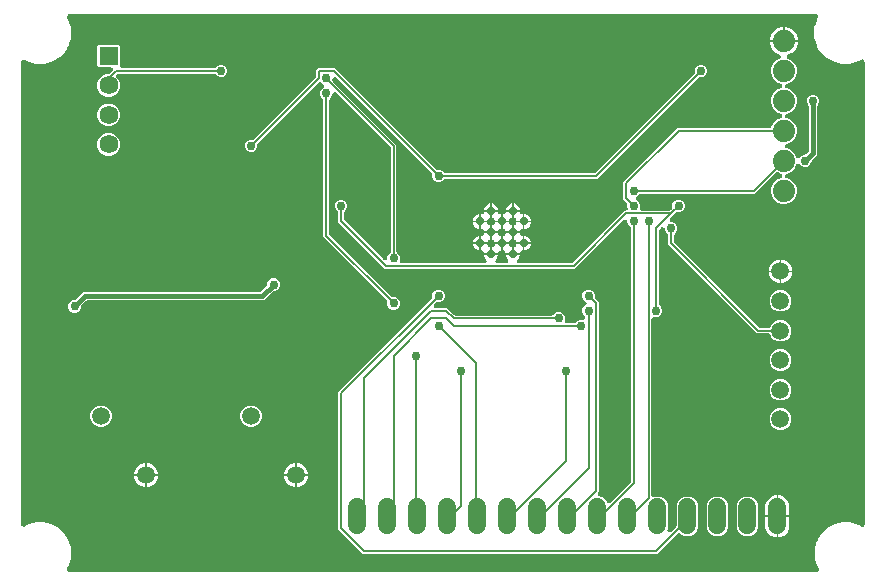
<source format=gbr>
G04 EAGLE Gerber RS-274X export*
G75*
%MOMM*%
%FSLAX34Y34*%
%LPD*%
%INBottom Copper*%
%IPPOS*%
%AMOC8*
5,1,8,0,0,1.08239X$1,22.5*%
G01*
%ADD10C,1.508000*%
%ADD11R,1.590000X1.590000*%
%ADD12C,1.590000*%
%ADD13C,1.498600*%
%ADD14C,1.879600*%
%ADD15C,1.524000*%
%ADD16C,0.708000*%
%ADD17C,0.756400*%
%ADD18C,0.406400*%
%ADD19C,0.152400*%
G36*
X663415Y515621D02*
X664082Y516078D01*
X664518Y516760D01*
X664654Y517557D01*
X664532Y518187D01*
X663801Y520195D01*
X663652Y520516D01*
X663163Y521363D01*
X662590Y523500D01*
X662537Y523669D01*
X661380Y526847D01*
X661380Y536073D01*
X662537Y539251D01*
X662590Y539420D01*
X663163Y541557D01*
X663652Y542404D01*
X663801Y542725D01*
X664535Y544742D01*
X665915Y546386D01*
X666118Y546676D01*
X666607Y547523D01*
X668172Y549087D01*
X668291Y549218D01*
X670465Y551809D01*
X671246Y552259D01*
X671626Y552479D01*
X678455Y556422D01*
X681785Y557009D01*
X681958Y557047D01*
X684096Y557620D01*
X685074Y557620D01*
X685426Y557651D01*
X687540Y558024D01*
X689654Y557651D01*
X690006Y557620D01*
X690984Y557620D01*
X693122Y557047D01*
X693295Y557009D01*
X696625Y556422D01*
X700492Y554189D01*
X701259Y553932D01*
X702065Y553995D01*
X702783Y554367D01*
X703299Y554989D01*
X703540Y555949D01*
X703540Y947630D01*
X703379Y948423D01*
X702922Y949090D01*
X702241Y949525D01*
X701443Y949661D01*
X700492Y949390D01*
X696315Y946978D01*
X692985Y946391D01*
X692812Y946353D01*
X690674Y945780D01*
X689696Y945780D01*
X689344Y945749D01*
X687230Y945376D01*
X685116Y945749D01*
X684764Y945780D01*
X683786Y945780D01*
X681648Y946353D01*
X681475Y946391D01*
X678145Y946978D01*
X670155Y951591D01*
X667981Y954182D01*
X667862Y954313D01*
X666297Y955877D01*
X665808Y956724D01*
X665605Y957014D01*
X664225Y958658D01*
X663491Y960675D01*
X663342Y960996D01*
X662853Y961843D01*
X662280Y963980D01*
X662227Y964149D01*
X661070Y967327D01*
X661070Y976553D01*
X662227Y979731D01*
X662280Y979900D01*
X662853Y982037D01*
X663342Y982884D01*
X663491Y983205D01*
X664222Y985213D01*
X664342Y986013D01*
X664140Y986796D01*
X663649Y987439D01*
X662946Y987839D01*
X662313Y987940D01*
X30277Y987940D01*
X29485Y987779D01*
X28818Y987322D01*
X28382Y986641D01*
X28246Y985843D01*
X28368Y985213D01*
X29099Y983205D01*
X29248Y982884D01*
X29737Y982037D01*
X30310Y979900D01*
X30363Y979731D01*
X31520Y976553D01*
X31520Y967327D01*
X30363Y964149D01*
X30310Y963980D01*
X29737Y961843D01*
X29248Y960996D01*
X29099Y960675D01*
X28365Y958658D01*
X26985Y957014D01*
X26782Y956724D01*
X26293Y955877D01*
X24728Y954313D01*
X24609Y954182D01*
X22435Y951591D01*
X14445Y946978D01*
X11115Y946391D01*
X10942Y946353D01*
X8804Y945780D01*
X7826Y945780D01*
X7474Y945749D01*
X5360Y945376D01*
X3246Y945749D01*
X2894Y945780D01*
X1916Y945780D01*
X-222Y946353D01*
X-395Y946391D01*
X-3725Y946978D01*
X-7592Y949211D01*
X-8359Y949468D01*
X-9165Y949405D01*
X-9883Y949033D01*
X-10399Y948411D01*
X-10640Y947451D01*
X-10640Y555949D01*
X-10479Y555156D01*
X-10022Y554489D01*
X-9341Y554054D01*
X-8543Y553918D01*
X-7592Y554189D01*
X-3725Y556422D01*
X-395Y557009D01*
X-222Y557047D01*
X1916Y557620D01*
X2894Y557620D01*
X3246Y557651D01*
X5360Y558024D01*
X7474Y557651D01*
X7826Y557620D01*
X8804Y557620D01*
X10942Y557047D01*
X11115Y557009D01*
X14445Y556422D01*
X21274Y552479D01*
X21654Y552259D01*
X22435Y551809D01*
X24609Y549218D01*
X24728Y549087D01*
X26293Y547523D01*
X26782Y546676D01*
X26985Y546386D01*
X28365Y544742D01*
X29099Y542725D01*
X29248Y542404D01*
X29737Y541557D01*
X30310Y539420D01*
X30363Y539251D01*
X31520Y536073D01*
X31520Y526847D01*
X30363Y523669D01*
X30310Y523500D01*
X29737Y521363D01*
X29248Y520516D01*
X29099Y520195D01*
X28368Y518187D01*
X28248Y517387D01*
X28450Y516604D01*
X28941Y515961D01*
X29644Y515561D01*
X30277Y515460D01*
X662623Y515460D01*
X663415Y515621D01*
G37*
%LPC*%
G36*
X635762Y965962D02*
X635762Y977138D01*
X637375Y977138D01*
X641762Y975321D01*
X645121Y971962D01*
X646938Y967575D01*
X646938Y965962D01*
X635762Y965962D01*
G37*
G36*
X623062Y965962D02*
X623062Y967575D01*
X624879Y971962D01*
X628238Y975321D01*
X632625Y977138D01*
X634238Y977138D01*
X634238Y965962D01*
X623062Y965962D01*
G37*
G36*
X278453Y531114D02*
X258064Y551503D01*
X258064Y667697D01*
X336999Y746632D01*
X337445Y747306D01*
X337594Y748069D01*
X337594Y750355D01*
X338402Y752306D01*
X339894Y753798D01*
X341845Y754606D01*
X343955Y754606D01*
X345906Y753798D01*
X347398Y752306D01*
X348206Y750355D01*
X348206Y748245D01*
X347398Y746294D01*
X345906Y744802D01*
X343955Y743994D01*
X341669Y743994D01*
X340876Y743833D01*
X340232Y743399D01*
X339188Y742355D01*
X338741Y741681D01*
X338593Y740886D01*
X338766Y740096D01*
X339234Y739436D01*
X339922Y739011D01*
X340625Y738886D01*
X350197Y738886D01*
X355952Y733131D01*
X356626Y732685D01*
X357389Y732536D01*
X438441Y732536D01*
X439233Y732697D01*
X439877Y733131D01*
X441494Y734748D01*
X443445Y735556D01*
X445555Y735556D01*
X447506Y734748D01*
X448998Y733256D01*
X449806Y731305D01*
X449806Y729195D01*
X449724Y728996D01*
X449569Y728202D01*
X449736Y727411D01*
X450199Y726747D01*
X450884Y726317D01*
X451601Y726186D01*
X457491Y726186D01*
X458283Y726347D01*
X458927Y726781D01*
X460544Y728398D01*
X462495Y729206D01*
X464885Y729206D01*
X465677Y729367D01*
X466344Y729824D01*
X466780Y730506D01*
X466915Y731303D01*
X466729Y732090D01*
X466321Y732675D01*
X465402Y733594D01*
X464594Y735545D01*
X464594Y737655D01*
X465402Y739606D01*
X466944Y741147D01*
X467503Y741525D01*
X467945Y742202D01*
X468087Y742999D01*
X467907Y743787D01*
X467434Y744443D01*
X466933Y744763D01*
X465402Y746294D01*
X464594Y748245D01*
X464594Y750355D01*
X465402Y752306D01*
X466894Y753798D01*
X468845Y754606D01*
X470955Y754606D01*
X472906Y753798D01*
X474398Y752306D01*
X475206Y750355D01*
X475206Y748069D01*
X475367Y747276D01*
X475801Y746632D01*
X478536Y743897D01*
X478536Y583253D01*
X478120Y582837D01*
X477673Y582163D01*
X477525Y581368D01*
X477699Y580578D01*
X478167Y579918D01*
X478779Y579523D01*
X482500Y577982D01*
X485072Y575410D01*
X485242Y574999D01*
X485694Y574328D01*
X486372Y573887D01*
X487168Y573745D01*
X487957Y573925D01*
X488556Y574339D01*
X505119Y590902D01*
X505565Y591576D01*
X505714Y592339D01*
X505714Y806741D01*
X505553Y807533D01*
X505119Y808177D01*
X503502Y809794D01*
X502694Y811745D01*
X502694Y812055D01*
X502533Y812848D01*
X502076Y813515D01*
X501395Y813951D01*
X500597Y814086D01*
X499810Y813900D01*
X499225Y813492D01*
X458147Y772414D01*
X297503Y772414D01*
X258064Y811853D01*
X258064Y819441D01*
X257903Y820233D01*
X257469Y820877D01*
X255852Y822494D01*
X255044Y824445D01*
X255044Y826555D01*
X255852Y828506D01*
X257344Y829998D01*
X259295Y830806D01*
X261405Y830806D01*
X263356Y829998D01*
X264848Y828506D01*
X265656Y826555D01*
X265656Y824445D01*
X264848Y822494D01*
X263231Y820877D01*
X262785Y820203D01*
X262636Y819441D01*
X262636Y814589D01*
X262797Y813796D01*
X263231Y813152D01*
X296025Y780358D01*
X296699Y779911D01*
X297494Y779763D01*
X298284Y779936D01*
X298944Y780404D01*
X299369Y781092D01*
X299494Y781795D01*
X299494Y782105D01*
X300302Y784056D01*
X301919Y785673D01*
X302365Y786347D01*
X302514Y787110D01*
X302514Y874511D01*
X302353Y875304D01*
X301919Y875948D01*
X256425Y921442D01*
X255751Y921889D01*
X254956Y922037D01*
X254166Y921864D01*
X253506Y921396D01*
X253081Y920708D01*
X252956Y920005D01*
X252956Y919695D01*
X252148Y917744D01*
X250531Y916127D01*
X250085Y915453D01*
X249936Y914691D01*
X249936Y801889D01*
X250097Y801096D01*
X250531Y800452D01*
X302132Y748851D01*
X302806Y748405D01*
X303569Y748256D01*
X305855Y748256D01*
X307806Y747448D01*
X309298Y745956D01*
X310106Y744005D01*
X310106Y741895D01*
X309298Y739944D01*
X307806Y738452D01*
X305855Y737644D01*
X303745Y737644D01*
X301794Y738452D01*
X300302Y739944D01*
X299494Y741895D01*
X299494Y744181D01*
X299333Y744974D01*
X298899Y745618D01*
X245364Y799153D01*
X245364Y914691D01*
X245203Y915483D01*
X244769Y916127D01*
X243152Y917744D01*
X242344Y919695D01*
X242344Y921805D01*
X243152Y923756D01*
X244694Y925297D01*
X245253Y925675D01*
X245695Y926352D01*
X245837Y927149D01*
X245657Y927937D01*
X245184Y928593D01*
X244683Y928913D01*
X243776Y929820D01*
X243102Y930266D01*
X242307Y930415D01*
X241517Y930241D01*
X240903Y929820D01*
X190051Y878968D01*
X189605Y878294D01*
X189456Y877531D01*
X189456Y875245D01*
X188648Y873294D01*
X187156Y871802D01*
X185205Y870994D01*
X183095Y870994D01*
X181144Y871802D01*
X179652Y873294D01*
X178844Y875245D01*
X178844Y877355D01*
X179652Y879306D01*
X181144Y880798D01*
X183095Y881606D01*
X185381Y881606D01*
X186174Y881767D01*
X186818Y882201D01*
X238419Y933802D01*
X238865Y934476D01*
X239014Y935239D01*
X239014Y940747D01*
X240353Y942086D01*
X254947Y942086D01*
X340232Y856801D01*
X340906Y856355D01*
X341669Y856206D01*
X343955Y856206D01*
X345906Y855398D01*
X347523Y853781D01*
X348197Y853335D01*
X348960Y853186D01*
X474461Y853186D01*
X475254Y853347D01*
X475898Y853781D01*
X559249Y937132D01*
X559695Y937806D01*
X559844Y938569D01*
X559844Y940855D01*
X560652Y942806D01*
X562144Y944298D01*
X564095Y945106D01*
X566205Y945106D01*
X568156Y944298D01*
X569648Y942806D01*
X570456Y940855D01*
X570456Y938745D01*
X569648Y936794D01*
X568156Y935302D01*
X566205Y934494D01*
X563919Y934494D01*
X563126Y934333D01*
X562482Y933899D01*
X477197Y848614D01*
X348960Y848614D01*
X348167Y848453D01*
X347523Y848019D01*
X345906Y846402D01*
X343955Y845594D01*
X341845Y845594D01*
X339894Y846402D01*
X338402Y847894D01*
X337594Y849845D01*
X337594Y852131D01*
X337433Y852924D01*
X336999Y853568D01*
X256425Y934142D01*
X255751Y934589D01*
X254956Y934737D01*
X254166Y934564D01*
X253506Y934096D01*
X253081Y933408D01*
X252956Y932705D01*
X252956Y932219D01*
X253117Y931426D01*
X253551Y930782D01*
X307086Y877247D01*
X307086Y787110D01*
X307247Y786317D01*
X307681Y785673D01*
X309298Y784056D01*
X310106Y782105D01*
X310106Y779995D01*
X310024Y779796D01*
X309869Y779002D01*
X310036Y778211D01*
X310499Y777547D01*
X311184Y777117D01*
X311901Y776986D01*
X381485Y776986D01*
X382277Y777147D01*
X382944Y777604D01*
X383380Y778286D01*
X383516Y779083D01*
X383330Y779870D01*
X382922Y780455D01*
X382071Y781306D01*
X381145Y783541D01*
X381145Y783988D01*
X393305Y783988D01*
X393305Y783541D01*
X392379Y781306D01*
X391528Y780455D01*
X391082Y779781D01*
X390933Y778986D01*
X391107Y778196D01*
X391575Y777536D01*
X392263Y777111D01*
X392965Y776986D01*
X399835Y776986D01*
X400627Y777147D01*
X401294Y777604D01*
X401730Y778286D01*
X401866Y779083D01*
X401680Y779870D01*
X401272Y780455D01*
X400421Y781306D01*
X399495Y783541D01*
X399495Y783988D01*
X411655Y783988D01*
X411655Y783541D01*
X410729Y781306D01*
X409878Y780455D01*
X409432Y779781D01*
X409283Y778986D01*
X409457Y778196D01*
X409925Y777536D01*
X410613Y777111D01*
X411315Y776986D01*
X455411Y776986D01*
X456204Y777147D01*
X456848Y777581D01*
X500703Y821436D01*
X500899Y821436D01*
X501692Y821597D01*
X502359Y822054D01*
X502794Y822736D01*
X502930Y823533D01*
X502776Y824246D01*
X502694Y824445D01*
X502694Y826731D01*
X502533Y827524D01*
X502099Y828168D01*
X499364Y830903D01*
X499364Y845497D01*
X545153Y891286D01*
X622767Y891286D01*
X623560Y891447D01*
X624227Y891904D01*
X624645Y892540D01*
X625741Y895187D01*
X628813Y898259D01*
X632588Y899823D01*
X633258Y900275D01*
X633700Y900952D01*
X633841Y901749D01*
X633662Y902537D01*
X633189Y903193D01*
X632588Y903577D01*
X628813Y905141D01*
X625741Y908213D01*
X624078Y912227D01*
X624078Y916573D01*
X625741Y920587D01*
X628813Y923659D01*
X632588Y925223D01*
X633258Y925675D01*
X633700Y926352D01*
X633841Y927149D01*
X633662Y927937D01*
X633189Y928593D01*
X632588Y928977D01*
X628813Y930541D01*
X625741Y933613D01*
X624078Y937627D01*
X624078Y941973D01*
X625741Y945987D01*
X628813Y949059D01*
X631260Y950073D01*
X631931Y950525D01*
X632372Y951203D01*
X632514Y951999D01*
X632334Y952787D01*
X631861Y953443D01*
X631260Y953827D01*
X628238Y955079D01*
X624879Y958438D01*
X623062Y962825D01*
X623062Y964438D01*
X646938Y964438D01*
X646938Y962825D01*
X645121Y958438D01*
X641762Y955079D01*
X638740Y953827D01*
X638069Y953376D01*
X637628Y952698D01*
X637486Y951902D01*
X637666Y951113D01*
X638139Y950457D01*
X638740Y950073D01*
X641187Y949059D01*
X644259Y945987D01*
X645922Y941973D01*
X645922Y937627D01*
X644259Y933613D01*
X641187Y930541D01*
X637412Y928977D01*
X636742Y928525D01*
X636300Y927848D01*
X636159Y927051D01*
X636338Y926263D01*
X636812Y925607D01*
X637412Y925223D01*
X641187Y923659D01*
X644259Y920587D01*
X645922Y916573D01*
X645922Y912227D01*
X644259Y908213D01*
X641187Y905141D01*
X637412Y903577D01*
X636742Y903125D01*
X636300Y902448D01*
X636159Y901651D01*
X636338Y900863D01*
X636812Y900207D01*
X637412Y899823D01*
X641187Y898259D01*
X644259Y895187D01*
X645922Y891173D01*
X645922Y886827D01*
X644259Y882813D01*
X641187Y879741D01*
X637412Y878177D01*
X636742Y877725D01*
X636300Y877048D01*
X636159Y876251D01*
X636338Y875463D01*
X636812Y874807D01*
X637412Y874423D01*
X641187Y872859D01*
X644259Y869787D01*
X645315Y867238D01*
X645767Y866568D01*
X646445Y866126D01*
X647241Y865984D01*
X648029Y866164D01*
X648629Y866579D01*
X650148Y868098D01*
X652099Y868906D01*
X652589Y868906D01*
X653382Y869067D01*
X654026Y869501D01*
X655607Y871082D01*
X656053Y871756D01*
X656202Y872519D01*
X656202Y909611D01*
X656041Y910403D01*
X655607Y911047D01*
X655260Y911394D01*
X654452Y913345D01*
X654452Y915455D01*
X655260Y917406D01*
X656752Y918898D01*
X658703Y919706D01*
X660813Y919706D01*
X662764Y918898D01*
X664256Y917406D01*
X665064Y915455D01*
X665064Y913345D01*
X664256Y911394D01*
X663909Y911047D01*
X663463Y910373D01*
X663314Y909611D01*
X663314Y868731D01*
X659055Y864472D01*
X658609Y863798D01*
X658460Y863035D01*
X658460Y862545D01*
X657652Y860594D01*
X656160Y859102D01*
X654209Y858294D01*
X652099Y858294D01*
X650148Y859102D01*
X648629Y860621D01*
X647955Y861068D01*
X647160Y861216D01*
X646370Y861042D01*
X645710Y860575D01*
X645315Y859962D01*
X644259Y857413D01*
X641187Y854341D01*
X637412Y852777D01*
X636742Y852325D01*
X636300Y851648D01*
X636159Y850851D01*
X636338Y850063D01*
X636812Y849407D01*
X637412Y849023D01*
X641187Y847459D01*
X644259Y844387D01*
X645922Y840373D01*
X645922Y836027D01*
X644259Y832013D01*
X641187Y828941D01*
X637173Y827278D01*
X632827Y827278D01*
X628813Y828941D01*
X625741Y832013D01*
X624078Y836027D01*
X624078Y840373D01*
X625741Y844387D01*
X628813Y847459D01*
X632588Y849023D01*
X633258Y849475D01*
X633700Y850152D01*
X633841Y850949D01*
X633662Y851737D01*
X633189Y852393D01*
X632588Y852777D01*
X630181Y853774D01*
X629387Y853929D01*
X628596Y853762D01*
X627967Y853334D01*
X610547Y835914D01*
X514060Y835914D01*
X513267Y835753D01*
X512623Y835319D01*
X510956Y833653D01*
X510397Y833275D01*
X509955Y832598D01*
X509813Y831801D01*
X509993Y831013D01*
X510466Y830357D01*
X510967Y830037D01*
X512498Y828506D01*
X513306Y826555D01*
X513306Y824445D01*
X513224Y824246D01*
X513069Y823452D01*
X513236Y822661D01*
X513699Y821997D01*
X514384Y821567D01*
X515101Y821436D01*
X537961Y821436D01*
X538754Y821597D01*
X539398Y822031D01*
X540199Y822832D01*
X540645Y823506D01*
X540794Y824269D01*
X540794Y826555D01*
X541602Y828506D01*
X543094Y829998D01*
X545045Y830806D01*
X547155Y830806D01*
X549106Y829998D01*
X550598Y828506D01*
X551406Y826555D01*
X551406Y824445D01*
X550598Y822494D01*
X549106Y821002D01*
X547155Y820194D01*
X544869Y820194D01*
X544076Y820033D01*
X543432Y819599D01*
X539058Y815225D01*
X538611Y814551D01*
X538463Y813756D01*
X538636Y812966D01*
X539104Y812306D01*
X539792Y811881D01*
X540495Y811756D01*
X540805Y811756D01*
X542756Y810948D01*
X544248Y809456D01*
X545056Y807505D01*
X545056Y805395D01*
X544248Y803444D01*
X542631Y801827D01*
X542185Y801153D01*
X542036Y800391D01*
X542036Y795539D01*
X542197Y794746D01*
X542631Y794102D01*
X613922Y722811D01*
X614596Y722365D01*
X615359Y722216D01*
X622129Y722216D01*
X622922Y722377D01*
X623589Y722834D01*
X624007Y723470D01*
X624656Y725038D01*
X627192Y727574D01*
X630506Y728947D01*
X634094Y728947D01*
X637408Y727574D01*
X639944Y725038D01*
X641317Y721724D01*
X641317Y718136D01*
X639944Y714822D01*
X637408Y712286D01*
X634094Y710913D01*
X630506Y710913D01*
X627192Y712286D01*
X624656Y714822D01*
X624007Y716390D01*
X623555Y717060D01*
X622877Y717502D01*
X622129Y717644D01*
X612623Y717644D01*
X537464Y792803D01*
X537464Y800391D01*
X537303Y801183D01*
X536869Y801827D01*
X535252Y803444D01*
X534444Y805395D01*
X534444Y805705D01*
X534283Y806498D01*
X533826Y807165D01*
X533145Y807601D01*
X532347Y807736D01*
X531560Y807550D01*
X530975Y807142D01*
X529931Y806098D01*
X529485Y805424D01*
X529336Y804661D01*
X529336Y742660D01*
X529497Y741867D01*
X529931Y741223D01*
X531548Y739606D01*
X532356Y737655D01*
X532356Y735545D01*
X531548Y733594D01*
X530056Y732102D01*
X528105Y731294D01*
X525995Y731294D01*
X525796Y731376D01*
X525002Y731531D01*
X524211Y731364D01*
X523547Y730901D01*
X523117Y730217D01*
X522986Y729499D01*
X522986Y581042D01*
X523147Y580249D01*
X523604Y579582D01*
X524286Y579147D01*
X525083Y579011D01*
X525796Y579165D01*
X526301Y579374D01*
X529939Y579374D01*
X533300Y577982D01*
X535872Y575410D01*
X537264Y572049D01*
X537264Y553171D01*
X536701Y551813D01*
X536547Y551019D01*
X536714Y550228D01*
X537177Y549565D01*
X537861Y549134D01*
X538660Y549005D01*
X539445Y549197D01*
X540016Y549598D01*
X543781Y553364D01*
X544227Y554038D01*
X544376Y554801D01*
X544376Y572049D01*
X545768Y575410D01*
X548340Y577982D01*
X551701Y579374D01*
X555339Y579374D01*
X558700Y577982D01*
X561272Y575410D01*
X562664Y572049D01*
X562664Y553171D01*
X561272Y549810D01*
X558700Y547238D01*
X555339Y545846D01*
X551701Y545846D01*
X548340Y547238D01*
X547668Y547911D01*
X546993Y548358D01*
X546198Y548506D01*
X545408Y548332D01*
X544794Y547911D01*
X527997Y531114D01*
X278453Y531114D01*
G37*
G36*
X61616Y918026D02*
X58133Y919468D01*
X55468Y922133D01*
X54026Y925616D01*
X54026Y929385D01*
X55468Y932867D01*
X58133Y935532D01*
X61616Y936974D01*
X62949Y936974D01*
X63742Y937135D01*
X64386Y937569D01*
X66374Y939557D01*
X66821Y940231D01*
X66969Y941026D01*
X66796Y941816D01*
X66328Y942476D01*
X65640Y942901D01*
X64937Y943026D01*
X54919Y943026D01*
X54026Y943919D01*
X54026Y961081D01*
X54919Y961974D01*
X72081Y961974D01*
X72974Y961081D01*
X72974Y944118D01*
X73135Y943325D01*
X73592Y942658D01*
X74274Y942223D01*
X75006Y942086D01*
X152691Y942086D01*
X153483Y942247D01*
X154127Y942681D01*
X155744Y944298D01*
X157695Y945106D01*
X159805Y945106D01*
X161756Y944298D01*
X163248Y942806D01*
X164056Y940855D01*
X164056Y938745D01*
X163248Y936794D01*
X161756Y935302D01*
X159805Y934494D01*
X157695Y934494D01*
X155744Y935302D01*
X154127Y936919D01*
X153453Y937365D01*
X152691Y937514D01*
X71790Y937514D01*
X70997Y937353D01*
X70330Y936896D01*
X69895Y936215D01*
X69759Y935417D01*
X69945Y934630D01*
X70353Y934045D01*
X71532Y932867D01*
X72974Y929385D01*
X72974Y925616D01*
X71532Y922133D01*
X68867Y919468D01*
X65385Y918026D01*
X61616Y918026D01*
G37*
G36*
X61616Y893026D02*
X58133Y894468D01*
X55468Y897133D01*
X54026Y900616D01*
X54026Y904385D01*
X55468Y907867D01*
X58133Y910532D01*
X61616Y911974D01*
X65385Y911974D01*
X68867Y910532D01*
X71532Y907867D01*
X72974Y904385D01*
X72974Y900616D01*
X71532Y897133D01*
X68867Y894468D01*
X65385Y893026D01*
X61616Y893026D01*
G37*
G36*
X61616Y868026D02*
X58133Y869468D01*
X55468Y872133D01*
X54026Y875616D01*
X54026Y879385D01*
X55468Y882867D01*
X58133Y885532D01*
X61616Y886974D01*
X65385Y886974D01*
X68867Y885532D01*
X71532Y882867D01*
X72974Y879385D01*
X72974Y875616D01*
X71532Y872133D01*
X68867Y869468D01*
X65385Y868026D01*
X61616Y868026D01*
G37*
G36*
X387987Y822212D02*
X387987Y827530D01*
X388434Y827530D01*
X390669Y826604D01*
X392379Y824894D01*
X393305Y822659D01*
X393305Y822212D01*
X387987Y822212D01*
G37*
G36*
X381145Y822212D02*
X381145Y822659D01*
X382071Y824894D01*
X383781Y826604D01*
X386016Y827530D01*
X386463Y827530D01*
X386463Y822212D01*
X381145Y822212D01*
G37*
G36*
X399495Y822212D02*
X399495Y822659D01*
X400421Y824894D01*
X402131Y826604D01*
X404366Y827530D01*
X404813Y827530D01*
X404813Y822212D01*
X399495Y822212D01*
G37*
G36*
X406337Y822212D02*
X406337Y827530D01*
X406784Y827530D01*
X409019Y826604D01*
X410729Y824894D01*
X411655Y822659D01*
X411655Y822212D01*
X406337Y822212D01*
G37*
G36*
X378812Y813037D02*
X378812Y818355D01*
X379113Y818355D01*
X379906Y818516D01*
X380573Y818973D01*
X381008Y819655D01*
X381145Y820387D01*
X381145Y820688D01*
X386463Y820688D01*
X386463Y815370D01*
X386162Y815370D01*
X385369Y815209D01*
X384702Y814752D01*
X384267Y814071D01*
X384130Y813338D01*
X384130Y813037D01*
X378812Y813037D01*
G37*
G36*
X390320Y813037D02*
X390320Y813338D01*
X390159Y814131D01*
X389702Y814798D01*
X389021Y815233D01*
X388288Y815370D01*
X387987Y815370D01*
X387987Y820688D01*
X393305Y820688D01*
X393305Y820387D01*
X393466Y819594D01*
X393923Y818927D01*
X394605Y818492D01*
X395337Y818355D01*
X395638Y818355D01*
X395638Y813037D01*
X390320Y813037D01*
G37*
G36*
X397162Y813037D02*
X397162Y818355D01*
X397463Y818355D01*
X398256Y818516D01*
X398923Y818973D01*
X399358Y819655D01*
X399495Y820387D01*
X399495Y820688D01*
X404813Y820688D01*
X404813Y815370D01*
X404512Y815370D01*
X403719Y815209D01*
X403052Y814752D01*
X402617Y814071D01*
X402480Y813338D01*
X402480Y813037D01*
X397162Y813037D01*
G37*
G36*
X408670Y813037D02*
X408670Y813338D01*
X408509Y814131D01*
X408052Y814798D01*
X407371Y815233D01*
X406638Y815370D01*
X406337Y815370D01*
X406337Y820688D01*
X411655Y820688D01*
X411655Y820387D01*
X411816Y819594D01*
X412273Y818927D01*
X412955Y818492D01*
X413687Y818355D01*
X413988Y818355D01*
X413988Y813037D01*
X408670Y813037D01*
G37*
G36*
X371970Y813037D02*
X371970Y813484D01*
X372896Y815719D01*
X374606Y817429D01*
X376841Y818355D01*
X377288Y818355D01*
X377288Y813037D01*
X371970Y813037D01*
G37*
G36*
X415512Y813037D02*
X415512Y818355D01*
X415959Y818355D01*
X418194Y817429D01*
X419904Y815719D01*
X420830Y813484D01*
X420830Y813037D01*
X415512Y813037D01*
G37*
G36*
X415512Y806195D02*
X415512Y811513D01*
X420830Y811513D01*
X420830Y811066D01*
X419904Y808831D01*
X418194Y807121D01*
X415959Y806195D01*
X415512Y806195D01*
G37*
G36*
X406337Y803862D02*
X406337Y809180D01*
X406638Y809180D01*
X407431Y809341D01*
X408098Y809798D01*
X408533Y810480D01*
X408670Y811212D01*
X408670Y811513D01*
X413988Y811513D01*
X413988Y806195D01*
X413687Y806195D01*
X412894Y806034D01*
X412227Y805577D01*
X411792Y804896D01*
X411655Y804163D01*
X411655Y803862D01*
X406337Y803862D01*
G37*
G36*
X399495Y803862D02*
X399495Y804163D01*
X399334Y804956D01*
X398877Y805623D01*
X398196Y806058D01*
X397463Y806195D01*
X397162Y806195D01*
X397162Y811513D01*
X402480Y811513D01*
X402480Y811212D01*
X402641Y810419D01*
X403098Y809752D01*
X403780Y809317D01*
X404512Y809180D01*
X404813Y809180D01*
X404813Y803862D01*
X399495Y803862D01*
G37*
G36*
X387987Y803862D02*
X387987Y809180D01*
X388288Y809180D01*
X389081Y809341D01*
X389748Y809798D01*
X390183Y810480D01*
X390320Y811212D01*
X390320Y811513D01*
X395638Y811513D01*
X395638Y806195D01*
X395337Y806195D01*
X394544Y806034D01*
X393877Y805577D01*
X393442Y804896D01*
X393305Y804163D01*
X393305Y803862D01*
X387987Y803862D01*
G37*
G36*
X376841Y806195D02*
X374606Y807121D01*
X372896Y808831D01*
X371970Y811066D01*
X371970Y811513D01*
X377288Y811513D01*
X377288Y806195D01*
X376841Y806195D01*
G37*
G36*
X381145Y803862D02*
X381145Y804163D01*
X380984Y804956D01*
X380527Y805623D01*
X379846Y806058D01*
X379113Y806195D01*
X378812Y806195D01*
X378812Y811513D01*
X384130Y811513D01*
X384130Y811212D01*
X384291Y810419D01*
X384748Y809752D01*
X385430Y809317D01*
X386162Y809180D01*
X386463Y809180D01*
X386463Y803862D01*
X381145Y803862D01*
G37*
G36*
X408670Y794687D02*
X408670Y794988D01*
X408509Y795781D01*
X408052Y796448D01*
X407371Y796883D01*
X406638Y797020D01*
X406337Y797020D01*
X406337Y802338D01*
X411655Y802338D01*
X411655Y802037D01*
X411816Y801244D01*
X412273Y800577D01*
X412955Y800142D01*
X413687Y800005D01*
X413988Y800005D01*
X413988Y794687D01*
X408670Y794687D01*
G37*
G36*
X397162Y794687D02*
X397162Y800005D01*
X397463Y800005D01*
X398256Y800166D01*
X398923Y800623D01*
X399358Y801305D01*
X399495Y802037D01*
X399495Y802338D01*
X404813Y802338D01*
X404813Y797020D01*
X404512Y797020D01*
X403719Y796859D01*
X403052Y796402D01*
X402617Y795721D01*
X402480Y794988D01*
X402480Y794687D01*
X397162Y794687D01*
G37*
G36*
X390320Y794687D02*
X390320Y794988D01*
X390159Y795781D01*
X389702Y796448D01*
X389021Y796883D01*
X388288Y797020D01*
X387987Y797020D01*
X387987Y802338D01*
X393305Y802338D01*
X393305Y802037D01*
X393466Y801244D01*
X393923Y800577D01*
X394605Y800142D01*
X395337Y800005D01*
X395638Y800005D01*
X395638Y794687D01*
X390320Y794687D01*
G37*
G36*
X378812Y794687D02*
X378812Y800005D01*
X379113Y800005D01*
X379906Y800166D01*
X380573Y800623D01*
X381008Y801305D01*
X381145Y802037D01*
X381145Y802338D01*
X386463Y802338D01*
X386463Y797020D01*
X386162Y797020D01*
X385369Y796859D01*
X384702Y796402D01*
X384267Y795721D01*
X384130Y794988D01*
X384130Y794687D01*
X378812Y794687D01*
G37*
G36*
X371970Y794687D02*
X371970Y795134D01*
X372896Y797369D01*
X374606Y799079D01*
X376841Y800005D01*
X377288Y800005D01*
X377288Y794687D01*
X371970Y794687D01*
G37*
G36*
X415512Y794687D02*
X415512Y800005D01*
X415959Y800005D01*
X418194Y799079D01*
X419904Y797369D01*
X420830Y795134D01*
X420830Y794687D01*
X415512Y794687D01*
G37*
G36*
X415512Y787845D02*
X415512Y793163D01*
X420830Y793163D01*
X420830Y792716D01*
X419904Y790481D01*
X418194Y788771D01*
X415959Y787845D01*
X415512Y787845D01*
G37*
G36*
X376841Y787845D02*
X374606Y788771D01*
X372896Y790481D01*
X371970Y792716D01*
X371970Y793163D01*
X377288Y793163D01*
X377288Y787845D01*
X376841Y787845D01*
G37*
G36*
X381145Y785512D02*
X381145Y785813D01*
X380984Y786606D01*
X380527Y787273D01*
X379846Y787708D01*
X379113Y787845D01*
X378812Y787845D01*
X378812Y793163D01*
X384130Y793163D01*
X384130Y792862D01*
X384291Y792069D01*
X384748Y791402D01*
X385430Y790967D01*
X386162Y790830D01*
X386463Y790830D01*
X386463Y785512D01*
X381145Y785512D01*
G37*
G36*
X387987Y785512D02*
X387987Y790830D01*
X388288Y790830D01*
X389081Y790991D01*
X389748Y791448D01*
X390183Y792130D01*
X390320Y792862D01*
X390320Y793163D01*
X395638Y793163D01*
X395638Y787845D01*
X395337Y787845D01*
X394544Y787684D01*
X393877Y787227D01*
X393442Y786546D01*
X393305Y785813D01*
X393305Y785512D01*
X387987Y785512D01*
G37*
G36*
X399495Y785512D02*
X399495Y785813D01*
X399334Y786606D01*
X398877Y787273D01*
X398196Y787708D01*
X397463Y787845D01*
X397162Y787845D01*
X397162Y793163D01*
X402480Y793163D01*
X402480Y792862D01*
X402641Y792069D01*
X403098Y791402D01*
X403780Y790967D01*
X404512Y790830D01*
X404813Y790830D01*
X404813Y785512D01*
X399495Y785512D01*
G37*
G36*
X406337Y785512D02*
X406337Y790830D01*
X406638Y790830D01*
X407431Y790991D01*
X408098Y791448D01*
X408533Y792130D01*
X408670Y792862D01*
X408670Y793163D01*
X413988Y793163D01*
X413988Y787845D01*
X413687Y787845D01*
X412894Y787684D01*
X412227Y787227D01*
X411792Y786546D01*
X411655Y785813D01*
X411655Y785512D01*
X406337Y785512D01*
G37*
G36*
X633062Y770730D02*
X633062Y780001D01*
X634296Y780001D01*
X637983Y778474D01*
X640806Y775651D01*
X642333Y771964D01*
X642333Y770730D01*
X633062Y770730D01*
G37*
G36*
X622267Y770730D02*
X622267Y771964D01*
X623794Y775651D01*
X626617Y778474D01*
X630304Y780001D01*
X631538Y780001D01*
X631538Y770730D01*
X622267Y770730D01*
G37*
G36*
X630304Y759935D02*
X626617Y761462D01*
X623794Y764285D01*
X622267Y767972D01*
X622267Y769206D01*
X631538Y769206D01*
X631538Y759935D01*
X630304Y759935D01*
G37*
G36*
X633062Y759935D02*
X633062Y769206D01*
X642333Y769206D01*
X642333Y767972D01*
X640806Y764285D01*
X637983Y761462D01*
X634296Y759935D01*
X633062Y759935D01*
G37*
G36*
X33545Y735138D02*
X31594Y735946D01*
X30102Y737438D01*
X29294Y739389D01*
X29294Y741499D01*
X30102Y743450D01*
X31594Y744942D01*
X33545Y745750D01*
X34035Y745750D01*
X34828Y745911D01*
X35472Y746345D01*
X41983Y752856D01*
X191385Y752856D01*
X192178Y753017D01*
X192822Y753451D01*
X197299Y757928D01*
X197745Y758602D01*
X197894Y759365D01*
X197894Y759855D01*
X198702Y761806D01*
X200194Y763298D01*
X202145Y764106D01*
X204255Y764106D01*
X206206Y763298D01*
X207698Y761806D01*
X208506Y759855D01*
X208506Y757745D01*
X207698Y755794D01*
X206206Y754302D01*
X204255Y753494D01*
X203765Y753494D01*
X202972Y753333D01*
X202328Y752899D01*
X195173Y745744D01*
X45771Y745744D01*
X44978Y745583D01*
X44334Y745149D01*
X40501Y741316D01*
X40055Y740642D01*
X39906Y739879D01*
X39906Y739389D01*
X39098Y737438D01*
X37606Y735946D01*
X35655Y735138D01*
X33545Y735138D01*
G37*
G36*
X630506Y736059D02*
X627192Y737432D01*
X624656Y739968D01*
X623283Y743282D01*
X623283Y746870D01*
X624656Y750184D01*
X627192Y752720D01*
X630506Y754093D01*
X634094Y754093D01*
X637408Y752720D01*
X639944Y750184D01*
X641317Y746870D01*
X641317Y743282D01*
X639944Y739968D01*
X637408Y737432D01*
X634094Y736059D01*
X630506Y736059D01*
G37*
G36*
X630506Y686021D02*
X627192Y687394D01*
X624656Y689930D01*
X623283Y693244D01*
X623283Y696832D01*
X624656Y700146D01*
X627192Y702682D01*
X630506Y704055D01*
X634094Y704055D01*
X637408Y702682D01*
X639944Y700146D01*
X641317Y696832D01*
X641317Y693244D01*
X639944Y689930D01*
X637408Y687394D01*
X634094Y686021D01*
X630506Y686021D01*
G37*
G36*
X630506Y660875D02*
X627192Y662248D01*
X624656Y664784D01*
X623283Y668098D01*
X623283Y671686D01*
X624656Y675000D01*
X627192Y677536D01*
X630506Y678909D01*
X634094Y678909D01*
X637408Y677536D01*
X639944Y675000D01*
X641317Y671686D01*
X641317Y668098D01*
X639944Y664784D01*
X637408Y662248D01*
X634094Y660875D01*
X630506Y660875D01*
G37*
G36*
X182347Y638236D02*
X179016Y639616D01*
X176466Y642166D01*
X175086Y645497D01*
X175086Y649103D01*
X176466Y652434D01*
X179016Y654984D01*
X182347Y656364D01*
X185953Y656364D01*
X189284Y654984D01*
X191834Y652434D01*
X193214Y649103D01*
X193214Y645497D01*
X191834Y642166D01*
X189284Y639616D01*
X185953Y638236D01*
X182347Y638236D01*
G37*
G36*
X55347Y638236D02*
X52016Y639616D01*
X49466Y642166D01*
X48086Y645497D01*
X48086Y649103D01*
X49466Y652434D01*
X52016Y654984D01*
X55347Y656364D01*
X58953Y656364D01*
X62284Y654984D01*
X64834Y652434D01*
X66214Y649103D01*
X66214Y645497D01*
X64834Y642166D01*
X62284Y639616D01*
X58953Y638236D01*
X55347Y638236D01*
G37*
G36*
X630506Y635983D02*
X627192Y637356D01*
X624656Y639892D01*
X623283Y643206D01*
X623283Y646794D01*
X624656Y650108D01*
X627192Y652644D01*
X630506Y654017D01*
X634094Y654017D01*
X637408Y652644D01*
X639944Y650108D01*
X641317Y646794D01*
X641317Y643206D01*
X639944Y639892D01*
X637408Y637356D01*
X634094Y635983D01*
X630506Y635983D01*
G37*
G36*
X96012Y598062D02*
X96012Y607380D01*
X97255Y607380D01*
X100960Y605845D01*
X103795Y603010D01*
X105330Y599305D01*
X105330Y598062D01*
X96012Y598062D01*
G37*
G36*
X223012Y598062D02*
X223012Y607380D01*
X224255Y607380D01*
X227960Y605845D01*
X230795Y603010D01*
X232330Y599305D01*
X232330Y598062D01*
X223012Y598062D01*
G37*
G36*
X212170Y598062D02*
X212170Y599305D01*
X213705Y603010D01*
X216540Y605845D01*
X220245Y607380D01*
X221488Y607380D01*
X221488Y598062D01*
X212170Y598062D01*
G37*
G36*
X85170Y598062D02*
X85170Y599305D01*
X86705Y603010D01*
X89540Y605845D01*
X93245Y607380D01*
X94488Y607380D01*
X94488Y598062D01*
X85170Y598062D01*
G37*
G36*
X223012Y587220D02*
X223012Y596538D01*
X232330Y596538D01*
X232330Y595295D01*
X230795Y591590D01*
X227960Y588755D01*
X224255Y587220D01*
X223012Y587220D01*
G37*
G36*
X220245Y587220D02*
X216540Y588755D01*
X213705Y591590D01*
X212170Y595295D01*
X212170Y596538D01*
X221488Y596538D01*
X221488Y587220D01*
X220245Y587220D01*
G37*
G36*
X96012Y587220D02*
X96012Y596538D01*
X105330Y596538D01*
X105330Y595295D01*
X103795Y591590D01*
X100960Y588755D01*
X97255Y587220D01*
X96012Y587220D01*
G37*
G36*
X93245Y587220D02*
X89540Y588755D01*
X86705Y591590D01*
X85170Y595295D01*
X85170Y596538D01*
X94488Y596538D01*
X94488Y587220D01*
X93245Y587220D01*
G37*
G36*
X619560Y563372D02*
X619560Y572251D01*
X621107Y575985D01*
X623965Y578843D01*
X627699Y580390D01*
X628958Y580390D01*
X628958Y563372D01*
X619560Y563372D01*
G37*
G36*
X630482Y563372D02*
X630482Y580390D01*
X631741Y580390D01*
X635475Y578843D01*
X638333Y575985D01*
X639880Y572251D01*
X639880Y563372D01*
X630482Y563372D01*
G37*
G36*
X602501Y545846D02*
X599140Y547238D01*
X596568Y549810D01*
X595176Y553171D01*
X595176Y572049D01*
X596568Y575410D01*
X599140Y577982D01*
X602501Y579374D01*
X606139Y579374D01*
X609500Y577982D01*
X612072Y575410D01*
X613464Y572049D01*
X613464Y553171D01*
X612072Y549810D01*
X609500Y547238D01*
X606139Y545846D01*
X602501Y545846D01*
G37*
G36*
X577101Y545846D02*
X573740Y547238D01*
X571168Y549810D01*
X569776Y553171D01*
X569776Y572049D01*
X571168Y575410D01*
X573740Y577982D01*
X577101Y579374D01*
X580739Y579374D01*
X584100Y577982D01*
X586672Y575410D01*
X588064Y572049D01*
X588064Y553171D01*
X586672Y549810D01*
X584100Y547238D01*
X580739Y545846D01*
X577101Y545846D01*
G37*
G36*
X630482Y544830D02*
X630482Y561848D01*
X639880Y561848D01*
X639880Y552969D01*
X638333Y549235D01*
X635475Y546377D01*
X631741Y544830D01*
X630482Y544830D01*
G37*
G36*
X627699Y544830D02*
X623965Y546377D01*
X621107Y549235D01*
X619560Y552969D01*
X619560Y561848D01*
X628958Y561848D01*
X628958Y544830D01*
X627699Y544830D01*
G37*
%LPD*%
D10*
X57150Y647300D03*
X95250Y597300D03*
D11*
X63500Y952500D03*
D12*
X63500Y927500D03*
X63500Y902500D03*
X63500Y877500D03*
D13*
X632300Y645000D03*
X632300Y669892D03*
X632300Y695038D03*
X632300Y719930D03*
X632300Y745076D03*
X632300Y769968D03*
D14*
X635000Y838200D03*
X635000Y863600D03*
X635000Y889000D03*
X635000Y914400D03*
X635000Y939800D03*
X635000Y965200D03*
D15*
X274120Y570230D02*
X274120Y554990D01*
X299520Y554990D02*
X299520Y570230D01*
X324920Y570230D02*
X324920Y554990D01*
X350320Y554990D02*
X350320Y570230D01*
X375720Y570230D02*
X375720Y554990D01*
X401120Y554990D02*
X401120Y570230D01*
X426520Y570230D02*
X426520Y554990D01*
X451920Y554990D02*
X451920Y570230D01*
X477320Y570230D02*
X477320Y554990D01*
X502720Y554990D02*
X502720Y570230D01*
X528120Y570230D02*
X528120Y554990D01*
X553520Y554990D02*
X553520Y570230D01*
X578920Y570230D02*
X578920Y554990D01*
X604320Y554990D02*
X604320Y570230D01*
X629720Y570230D02*
X629720Y554990D01*
D10*
X184150Y647300D03*
X222250Y597300D03*
D16*
X387225Y821450D03*
X405575Y821450D03*
X378050Y812275D03*
X396400Y812275D03*
X414750Y812275D03*
X387225Y803100D03*
X405575Y803100D03*
X378050Y793925D03*
X396400Y793925D03*
X414750Y793925D03*
X387225Y784750D03*
X405575Y784750D03*
D17*
X203200Y723900D03*
X63500Y774700D03*
X73500Y596900D03*
X177800Y596900D03*
X386080Y748030D03*
X290830Y876300D03*
X604520Y805180D03*
X597060Y955962D03*
X137000Y972042D03*
X649758Y587370D03*
X34600Y740444D03*
D18*
X193700Y749300D02*
X203200Y758800D01*
D17*
X203200Y758800D03*
D18*
X193700Y749300D02*
X43456Y749300D01*
X34600Y740444D01*
D17*
X653154Y863600D03*
X659758Y914400D03*
D18*
X659758Y870204D02*
X653154Y863600D01*
X659758Y870204D02*
X659758Y914400D01*
D19*
X508000Y825500D02*
X501650Y831850D01*
X501650Y844550D01*
X546100Y889000D01*
X635000Y889000D01*
D17*
X508000Y825500D03*
D19*
X508000Y838200D02*
X609600Y838200D01*
X635000Y863600D01*
D17*
X508000Y838200D03*
D19*
X476250Y850900D02*
X342900Y850900D01*
X476250Y850900D02*
X565150Y939800D01*
X241300Y933450D02*
X184150Y876300D01*
X241300Y933450D02*
X241300Y939800D01*
X254000Y939800D01*
X342900Y850900D01*
D17*
X342900Y850900D03*
X565150Y939800D03*
X184150Y876300D03*
D19*
X247650Y933450D02*
X304800Y876300D01*
X304800Y781050D01*
D17*
X247650Y933450D03*
X304800Y781050D03*
D19*
X247650Y800100D02*
X247650Y920750D01*
X247650Y800100D02*
X304800Y742950D01*
D17*
X247650Y920750D03*
X304800Y742950D03*
D19*
X527050Y806450D02*
X539750Y819150D01*
X546100Y825500D01*
X527050Y806450D02*
X527050Y736600D01*
X260350Y812800D02*
X260350Y825500D01*
X260350Y812800D02*
X298450Y774700D01*
X457200Y774700D01*
X501650Y819150D01*
X539750Y819150D01*
D17*
X546100Y825500D03*
X527050Y736600D03*
X260350Y825500D03*
D19*
X539750Y806450D02*
X539750Y793750D01*
X613570Y719930D01*
X632300Y719930D01*
D17*
X539750Y806450D03*
D19*
X444500Y730250D02*
X355600Y730250D01*
X349250Y736600D01*
X336550Y736600D01*
X279400Y679450D01*
X279400Y565150D01*
X274120Y562610D01*
D17*
X444500Y730250D03*
D19*
X463550Y723900D02*
X355600Y723900D01*
X349250Y730250D01*
X336550Y730250D01*
X304800Y698500D01*
X304800Y565150D01*
X299520Y562610D01*
D17*
X463550Y723900D03*
D19*
X323850Y698500D02*
X323850Y565150D01*
X324920Y562610D01*
D17*
X323850Y698500D03*
D19*
X361950Y685800D02*
X361950Y571500D01*
X355600Y565150D01*
X350320Y562610D01*
D17*
X361950Y685800D03*
D19*
X374650Y692150D02*
X342900Y723900D01*
X374650Y692150D02*
X374650Y565150D01*
X375720Y562610D01*
D17*
X342900Y723900D03*
D19*
X450850Y685800D02*
X450850Y609600D01*
X406400Y565150D01*
X401120Y562610D01*
D17*
X450850Y685800D03*
D19*
X469900Y736600D02*
X469900Y603250D01*
X431800Y565150D01*
X426520Y562610D01*
D17*
X469900Y736600D03*
D19*
X476250Y742950D02*
X469900Y749300D01*
X476250Y742950D02*
X476250Y584200D01*
X457200Y565150D01*
X451920Y562610D01*
D17*
X469900Y749300D03*
D19*
X508000Y812800D02*
X508000Y590550D01*
X482600Y565150D01*
X477320Y562610D01*
D17*
X508000Y812800D03*
D19*
X520700Y812800D02*
X520700Y577850D01*
X508000Y565150D01*
X502720Y562610D01*
D17*
X520700Y812800D03*
D19*
X342900Y749300D02*
X260350Y666750D01*
X260350Y552450D01*
X279400Y533400D01*
X527050Y533400D01*
X552450Y558800D01*
X553520Y562610D01*
D17*
X342900Y749300D03*
D19*
X158750Y939800D02*
X69850Y939800D01*
X63500Y933450D01*
X63500Y927500D01*
D17*
X158750Y939800D03*
M02*

</source>
